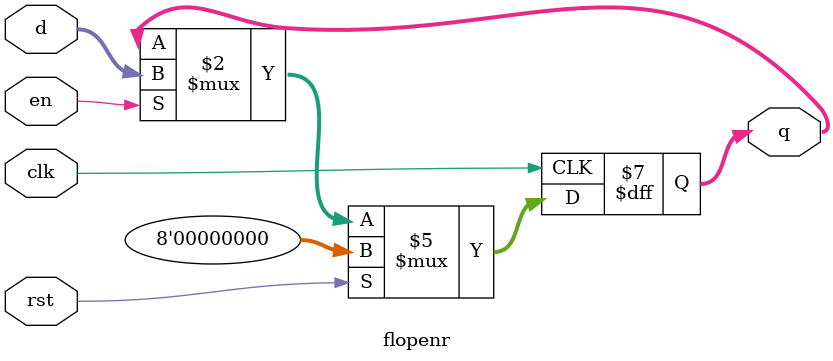
<source format=v>
module flopenr #(parameter WIDTH = 8)(
	input wire clk,rst,en,
	input wire[WIDTH-1:0] d,
	output reg[WIDTH-1:0] q
    );
	always @(posedge clk) begin
		if(rst) begin
			q <= 0;
		end else if(en) begin
			/* code */
			q <= d;
		end
	end
endmodule
</source>
